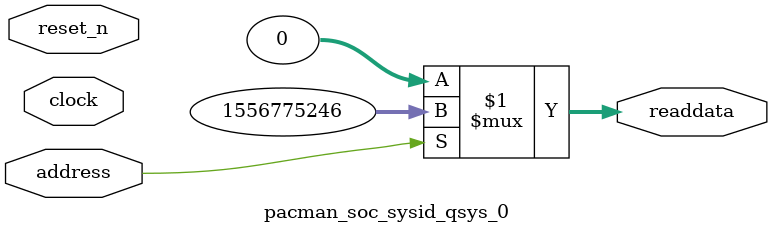
<source format=v>



// synthesis translate_off
`timescale 1ns / 1ps
// synthesis translate_on

// turn off superfluous verilog processor warnings 
// altera message_level Level1 
// altera message_off 10034 10035 10036 10037 10230 10240 10030 

module pacman_soc_sysid_qsys_0 (
               // inputs:
                address,
                clock,
                reset_n,

               // outputs:
                readdata
             )
;

  output  [ 31: 0] readdata;
  input            address;
  input            clock;
  input            reset_n;

  wire    [ 31: 0] readdata;
  //control_slave, which is an e_avalon_slave
  assign readdata = address ? 1556775246 : 0;

endmodule



</source>
